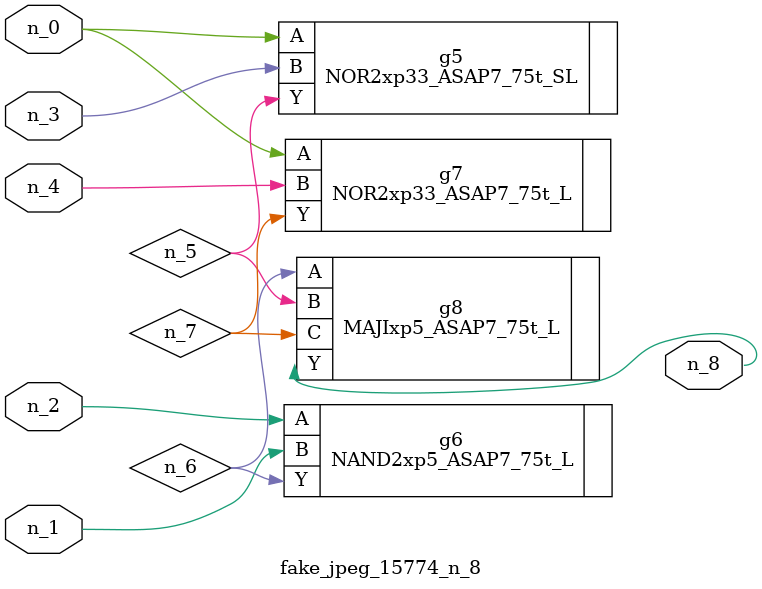
<source format=v>
module fake_jpeg_15774_n_8 (n_3, n_2, n_1, n_0, n_4, n_8);

input n_3;
input n_2;
input n_1;
input n_0;
input n_4;

output n_8;

wire n_6;
wire n_5;
wire n_7;

NOR2xp33_ASAP7_75t_SL g5 ( 
.A(n_0),
.B(n_3),
.Y(n_5)
);

NAND2xp5_ASAP7_75t_L g6 ( 
.A(n_2),
.B(n_1),
.Y(n_6)
);

NOR2xp33_ASAP7_75t_L g7 ( 
.A(n_0),
.B(n_4),
.Y(n_7)
);

MAJIxp5_ASAP7_75t_L g8 ( 
.A(n_6),
.B(n_5),
.C(n_7),
.Y(n_8)
);


endmodule
</source>
